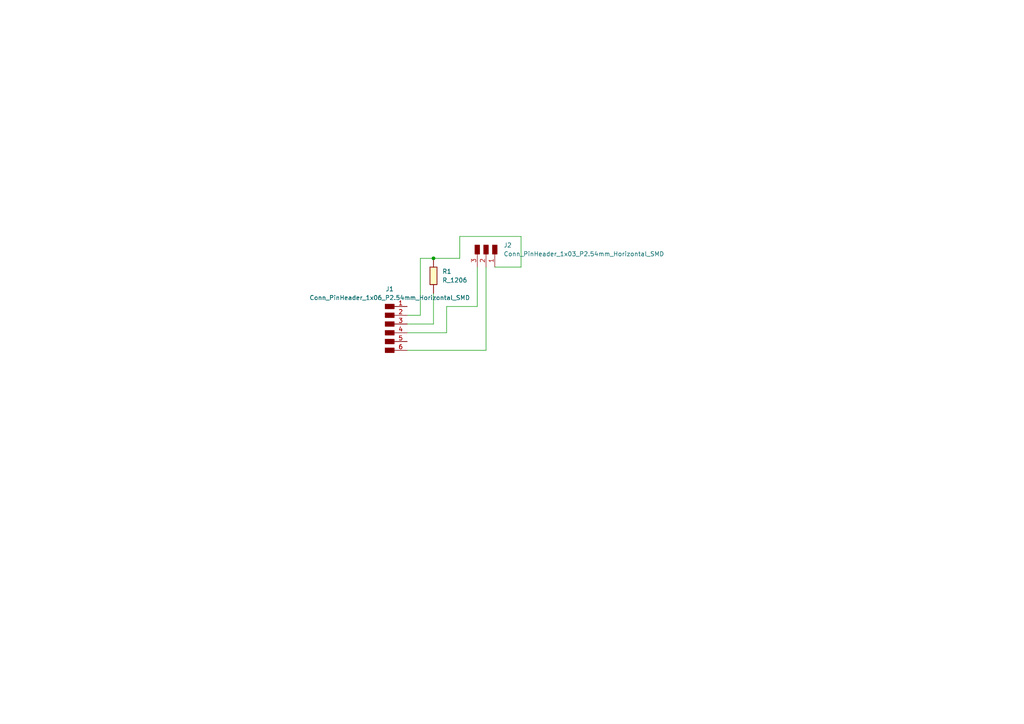
<source format=kicad_sch>
(kicad_sch (version 20231120) (generator "eeschema") (generator_version "8.0")
  (paper "A4")
  (lib_symbols
    (symbol "fab:Conn_PinHeader_1x03_P2.54mm_Horizontal_SMD" (pin_names hide)
      (property "Reference" "J" (at 0 5.08 0))
      (property "Value" "Conn_PinHeader_1x03_P2.54mm_Horizontal_SMD" (at 0 -5.08 0))
      (symbol "Conn_PinHeader_1x03_P2.54mm_Horizontal_SMD_1_1"
        (rectangle (start -1.27 -1.905) (end 1.27 -3.175) (stroke (width 0.254)) (fill (type outline)))
        (rectangle (start -1.27 0.635) (end 1.27 -0.635) (stroke (width 0.254)) (fill (type outline)))
        (rectangle (start -1.27 3.175) (end 1.27 1.905) (stroke (width 0.254)) (fill (type outline)))
        (pin passive line (at 5.08 2.54 180) (length 3.81) (name "Pin_1") (number "1"))
        (pin passive line (at 5.08 0 180) (length 3.81) (name "Pin_2") (number "2"))
        (pin passive line (at 5.08 -2.54 180) (length 3.81) (name "Pin_3") (number "3"))
      )
    )
    (symbol "fab:Conn_PinHeader_1x06_P2.54mm_Horizontal_SMD" (pin_names hide)
      (property "Reference" "J" (at 0 7.62 0))
      (property "Value" "Conn_PinHeader_1x06_P2.54mm_Horizontal_SMD" (at 0 -10.16 0))
      (symbol "Conn_PinHeader_1x06_P2.54mm_Horizontal_SMD_1_1"
        (rectangle (start -1.27 -6.985) (end 1.27 -8.255) (stroke (width 0.254)) (fill (type outline)))
        (rectangle (start -1.27 -4.445) (end 1.27 -5.715) (stroke (width 0.254)) (fill (type outline)))
        (rectangle (start -1.27 -1.905) (end 1.27 -3.175) (stroke (width 0.254)) (fill (type outline)))
        (rectangle (start -1.27 0.635) (end 1.27 -0.635) (stroke (width 0.254)) (fill (type outline)))
        (rectangle (start -1.27 3.175) (end 1.27 1.905) (stroke (width 0.254)) (fill (type outline)))
        (rectangle (start -1.27 5.715) (end 1.27 4.445) (stroke (width 0.254)) (fill (type outline)))
        (pin passive line (at 5.08 5.08 180) (length 3.81) (name "Pin_1") (number "1"))
        (pin passive line (at 5.08 2.54 180) (length 3.81) (name "Pin_2") (number "2"))
        (pin passive line (at 5.08 0 180) (length 3.81) (name "Pin_3") (number "3"))
        (pin passive line (at 5.08 -2.54 180) (length 3.81) (name "Pin_4") (number "4"))
        (pin passive line (at 5.08 -5.08 180) (length 3.81) (name "Pin_5") (number "5"))
        (pin passive line (at 5.08 -7.62 180) (length 3.81) (name "Pin_6") (number "6"))
      )
    )
    (symbol "fab:R_1206" (pin_numbers hide) (pin_names (offset 0))
      (property "Reference" "R" (at 2.54 0 90))
      (property "Value" "R_1206" (at -2.54 0 90))
      (symbol "R_1206_0_1"
        (rectangle (start -1.016 -2.54) (end 1.016 2.54) (stroke (width 0.254)) (fill (type background)))
      )
      (symbol "R_1206_1_1"
        (pin passive line (at 0 5.08 270) (length 2.54) (name "~") (number "1"))
        (pin passive line (at 0 -5.08 90) (length 2.54) (name "~") (number "2"))
      )
    )
  )
  (junction (at 125.73 74.93))
  (wire (pts (xy 129.54 88.9) (xy 138.43 88.9)))
  (wire (pts (xy 151.13 77.47) (xy 143.51 77.47)))
  (wire (pts (xy 138.43 88.9) (xy 138.43 77.47)))
  (wire (pts (xy 140.97 77.47) (xy 140.97 101.6)))
  (wire (pts (xy 125.73 85.09) (xy 125.73 93.98)))
  (wire (pts (xy 133.35 68.58) (xy 151.13 68.58)))
  (wire (pts (xy 118.11 93.98) (xy 125.73 93.98)))
  (wire (pts (xy 140.97 101.6) (xy 118.11 101.6)))
  (wire (pts (xy 121.92 91.44) (xy 121.92 74.93)))
  (wire (pts (xy 125.73 74.93) (xy 133.35 74.93)))
  (wire (pts (xy 151.13 68.58) (xy 151.13 77.47)))
  (wire (pts (xy 121.92 74.93) (xy 125.73 74.93)))
  (wire (pts (xy 118.11 91.44) (xy 121.92 91.44)))
  (wire (pts (xy 129.54 88.9) (xy 129.54 96.52)))
  (wire (pts (xy 129.54 96.52) (xy 118.11 96.52)))
  (wire (pts (xy 133.35 74.93) (xy 133.35 68.58)))
  (symbol (lib_id "fab:Conn_PinHeader_1x03_P2.54mm_Horizontal_SMD") (at 140.97 72.39 270) (unit 1)
    (property "Reference" "J2" (at 146.05 71.1199 90) (effects (justify left)))
    (property "Value" "Conn_PinHeader_1x03_P2.54mm_Horizontal_SMD" (at 146.05 73.6599 90) (effects (justify left)))
    (property "Footprint" "fab:PinHeader_1x03_P2.54mm_Horizontal_SMD" (effects (hide yes)))
    (property "Description" "Male connector, single row" (effects (hide yes)))
  )
  (symbol (lib_id "fab:R_1206") (at 125.73 80.01 0) (unit 1)
    (property "Reference" "R1" (at 128.27 78.7399 0) (effects (justify left)))
    (property "Value" "R_1206" (at 128.27 81.2799 0) (effects (justify left)))
    (property "Footprint" "fab:R_1206" (effects (hide yes)))
    (property "Description" "Resistor" (effects (hide yes)))
  )
  (symbol (lib_id "fab:Conn_PinHeader_1x06_P2.54mm_Horizontal_SMD") (at 113.03 93.98 0) (unit 1)
    (property "Reference" "J1" (at 113.03 83.82 0))
    (property "Value" "Conn_PinHeader_1x06_P2.54mm_Horizontal_SMD" (at 113.03 86.36 0))
    (property "Footprint" "fab:PinHeader_1x06_P2.54mm_Horizontal_SMD" (effects (hide yes)))
    (property "Datasheet" "https://gct.co/files/specs/2.54mm-socket-spec.pdf" (effects (hide yes)))
    (property "Description" "Male connector, single row" (effects (hide yes)))
  )
)
</source>
